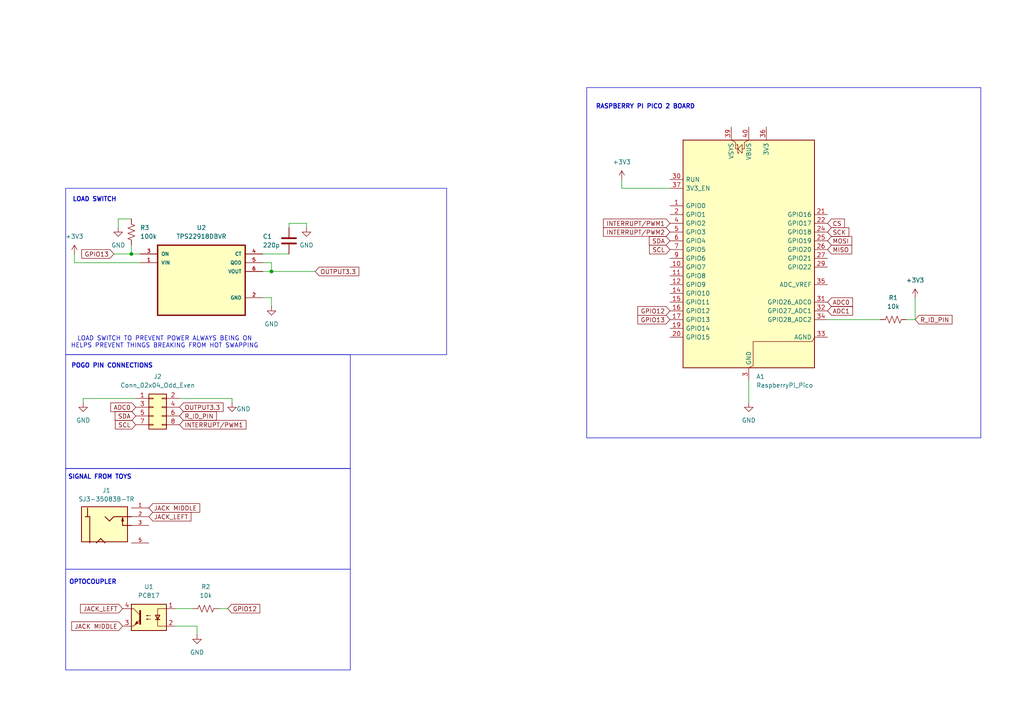
<source format=kicad_sch>
(kicad_sch (version 20250114) (generator "eeschema") (generator_version "9.0")
  (paper "A4")
  (lib_symbols
    (symbol "Connector_Generic:Conn_02x04_Odd_Even" (pin_names (offset 1.016) (hide yes))
      (property "Reference" "J" (at 1.27 5.08 0))
      (property "Value" "Conn_02x04_Odd_Even" (at 1.27 -7.62 0))
      (symbol "Conn_02x04_Odd_Even_1_1"
        (rectangle (start -1.27 3.81) (end 3.81 -6.35) (stroke (width 0.254)) (fill (type background)))
        (rectangle (start -1.27 2.667) (end 0 2.413) (stroke (width 0.1524)))
        (rectangle (start -1.27 0.127) (end 0 -0.127) (stroke (width 0.1524)))
        (rectangle (start -1.27 -2.413) (end 0 -2.667) (stroke (width 0.1524)))
        (rectangle (start -1.27 -4.953) (end 0 -5.207) (stroke (width 0.1524)))
        (rectangle (start 3.81 2.667) (end 2.54 2.413) (stroke (width 0.1524)))
        (rectangle (start 3.81 0.127) (end 2.54 -0.127) (stroke (width 0.1524)))
        (rectangle (start 3.81 -2.413) (end 2.54 -2.667) (stroke (width 0.1524)))
        (rectangle (start 3.81 -4.953) (end 2.54 -5.207) (stroke (width 0.1524)))
        (pin passive line (at -5.08 2.54 0) (length 3.81) (name "Pin_1") (number "1"))
        (pin passive line (at -5.08 0 0) (length 3.81) (name "Pin_3") (number "3"))
        (pin passive line (at -5.08 -2.54 0) (length 3.81) (name "Pin_5") (number "5"))
        (pin passive line (at -5.08 -5.08 0) (length 3.81) (name "Pin_7") (number "7"))
        (pin passive line (at 7.62 2.54 180) (length 3.81) (name "Pin_2") (number "2"))
        (pin passive line (at 7.62 0 180) (length 3.81) (name "Pin_4") (number "4"))
        (pin passive line (at 7.62 -2.54 180) (length 3.81) (name "Pin_6") (number "6"))
        (pin passive line (at 7.62 -5.08 180) (length 3.81) (name "Pin_8") (number "8"))
      )
    )
    (symbol "Device:C" (pin_numbers (hide yes)) (pin_names (offset 0.254))
      (property "Reference" "C" (at 0.635 2.54 0))
      (property "Value" "C" (at 0.635 -2.54 0))
      (symbol "C_0_1"
        (polyline (pts (xy -2.032 0.762) (xy 2.032 0.762)) (stroke (width 0.508)))
        (polyline (pts (xy -2.032 -0.762) (xy 2.032 -0.762)) (stroke (width 0.508)))
      )
      (symbol "C_1_1"
        (pin passive line (at 0 3.81 270) (length 2.794) (name "~") (number "1"))
        (pin passive line (at 0 -3.81 90) (length 2.794) (name "~") (number "2"))
      )
    )
    (symbol "Device:R_US" (pin_numbers (hide yes)) (pin_names (offset 0))
      (property "Reference" "R" (at 2.54 0 90))
      (property "Value" "R_US" (at -2.54 0 90))
      (symbol "R_US_0_1"
        (polyline (pts (xy 0 2.286) (xy 0 2.54)))
        (polyline (pts (xy 0 2.286) (xy 1.016 1.905) (xy 0 1.524) (xy -1.016 1.143) (xy 0 0.762)))
        (polyline (pts (xy 0 0.762) (xy 1.016 0.381) (xy 0 0) (xy -1.016 -0.381) (xy 0 -0.762)))
        (polyline (pts (xy 0 -0.762) (xy 1.016 -1.143) (xy 0 -1.524) (xy -1.016 -1.905) (xy 0 -2.286)))
        (polyline (pts (xy 0 -2.286) (xy 0 -2.54)))
      )
      (symbol "R_US_1_1"
        (pin passive line (at 0 3.81 270) (length 1.27) (name "~") (number "1"))
        (pin passive line (at 0 -3.81 90) (length 1.27) (name "~") (number "2"))
      )
    )
    (symbol "Isolator:PC817" (pin_names (offset 1.016))
      (property "Reference" "U" (at -5.08 5.08 0))
      (property "Value" "PC817" (at 0 5.08 0))
      (symbol "PC817_0_1"
        (rectangle (start -5.08 3.81) (end 5.08 -3.81) (stroke (width 0.254)) (fill (type background)))
        (polyline (pts (xy -5.08 2.54) (xy -2.54 2.54) (xy -2.54 -0.635)))
        (polyline (pts (xy -3.175 -0.635) (xy -1.905 -0.635)) (stroke (width 0.254)))
        (polyline (pts (xy -2.54 -0.635) (xy -2.54 -2.54) (xy -5.08 -2.54)))
        (polyline (pts (xy -2.54 -0.635) (xy -3.175 0.635) (xy -1.905 0.635) (xy -2.54 -0.635)) (stroke (width 0.254)))
        (polyline (pts (xy -0.508 0.508) (xy 0.762 0.508) (xy 0.381 0.381) (xy 0.381 0.635) (xy 0.762 0.508)))
        (polyline (pts (xy -0.508 -0.508) (xy 0.762 -0.508) (xy 0.381 -0.635) (xy 0.381 -0.381) (xy 0.762 -0.508)))
        (polyline (pts (xy 2.54 1.905) (xy 2.54 -1.905)) (stroke (width 0.508)))
        (polyline (pts (xy 2.54 0.635) (xy 4.445 2.54)))
        (polyline (pts (xy 3.048 -1.651) (xy 3.556 -1.143) (xy 4.064 -2.159) (xy 3.048 -1.651)) (fill (type outline)))
        (polyline (pts (xy 4.445 2.54) (xy 5.08 2.54)))
        (polyline (pts (xy 4.445 -2.54) (xy 2.54 -0.635)) (fill (type outline)))
        (polyline (pts (xy 4.445 -2.54) (xy 5.08 -2.54)))
      )
      (symbol "PC817_1_1"
        (pin passive line (at -7.62 2.54 0) (length 2.54) (name "~") (number "1"))
        (pin passive line (at -7.62 -2.54 0) (length 2.54) (name "~") (number "2"))
        (pin passive line (at 7.62 2.54 180) (length 2.54) (name "~") (number "4"))
        (pin passive line (at 7.62 -2.54 180) (length 2.54) (name "~") (number "3"))
      )
    )
    (symbol "MCU_Module:RaspberryPi_Pico" (pin_names (offset 0.762))
      (property "Reference" "A" (at -19.05 35.56 0))
      (property "Value" "RaspberryPi_Pico" (at 7.62 35.56 0))
      (symbol "RaspberryPi_Pico_0_1"
        (rectangle (start -19.05 34.29) (end 19.05 -31.75) (stroke (width 0.254)) (fill (type background)))
        (polyline (pts (xy -5.08 34.29) (xy -3.81 33.655) (xy -3.81 31.75) (xy -3.175 31.75)))
        (polyline (pts (xy -3.429 32.766) (xy -3.429 33.02) (xy -3.175 33.02) (xy -3.175 30.48) (xy -2.921 30.48) (xy -2.921 30.734)))
        (polyline (pts (xy -3.175 31.75) (xy -1.905 33.02) (xy -1.905 30.48) (xy -3.175 31.75)))
        (polyline (pts (xy 0 34.29) (xy -1.27 33.655) (xy -1.27 31.75) (xy -1.905 31.75)))
        (polyline (pts (xy 0 -31.75) (xy 1.27 -31.115) (xy 1.27 -24.13) (xy 18.415 -24.13) (xy 19.05 -22.86)))
      )
      (symbol "RaspberryPi_Pico_1_1"
        (pin passive line (at -22.86 22.86 0) (length 3.81) (name "RUN") (number "30"))
        (pin passive line (at -22.86 20.32 0) (length 3.81) (name "3V3_EN") (number "37"))
        (pin bidirectional line (at -22.86 15.24 0) (length 3.81) (name "GPIO0") (number "1"))
        (pin bidirectional line (at -22.86 12.7 0) (length 3.81) (name "GPIO1") (number "2"))
        (pin bidirectional line (at -22.86 10.16 0) (length 3.81) (name "GPIO2") (number "4"))
        (pin bidirectional line (at -22.86 7.62 0) (length 3.81) (name "GPIO3") (number "5"))
        (pin bidirectional line (at -22.86 5.08 0) (length 3.81) (name "GPIO4") (number "6"))
        (pin bidirectional line (at -22.86 2.54 0) (length 3.81) (name "GPIO5") (number "7"))
        (pin bidirectional line (at -22.86 0 0) (length 3.81) (name "GPIO6") (number "9"))
        (pin bidirectional line (at -22.86 -2.54 0) (length 3.81) (name "GPIO7") (number "10"))
        (pin bidirectional line (at -22.86 -5.08 0) (length 3.81) (name "GPIO8") (number "11"))
        (pin bidirectional line (at -22.86 -7.62 0) (length 3.81) (name "GPIO9") (number "12"))
        (pin bidirectional line (at -22.86 -10.16 0) (length 3.81) (name "GPIO10") (number "14"))
        (pin bidirectional line (at -22.86 -12.7 0) (length 3.81) (name "GPIO11") (number "15"))
        (pin bidirectional line (at -22.86 -15.24 0) (length 3.81) (name "GPIO12") (number "16"))
        (pin bidirectional line (at -22.86 -17.78 0) (length 3.81) (name "GPIO13") (number "17"))
        (pin bidirectional line (at -22.86 -20.32 0) (length 3.81) (name "GPIO14") (number "19"))
        (pin bidirectional line (at -22.86 -22.86 0) (length 3.81) (name "GPIO15") (number "20"))
        (pin power_in line (at -5.08 38.1 270) (length 3.81) (name "VSYS") (number "39"))
        (pin power_out line (at 0 38.1 270) (length 3.81) (name "VBUS") (number "40"))
        (pin passive line (at 0 -35.56 90) (length 3.81) (hide yes) (name "GND") (number "13"))
        (pin passive line (at 0 -35.56 90) (length 3.81) (hide yes) (name "GND") (number "18"))
        (pin passive line (at 0 -35.56 90) (length 3.81) (hide yes) (name "GND") (number "23"))
        (pin passive line (at 0 -35.56 90) (length 3.81) (hide yes) (name "GND") (number "28"))
        (pin power_out line (at 0 -35.56 90) (length 3.81) (name "GND") (number "3"))
        (pin passive line (at 0 -35.56 90) (length 3.81) (hide yes) (name "GND") (number "38"))
        (pin passive line (at 0 -35.56 90) (length 3.81) (hide yes) (name "GND") (number "8"))
        (pin power_out line (at 5.08 38.1 270) (length 3.81) (name "3V3") (number "36"))
        (pin bidirectional line (at 22.86 12.7 180) (length 3.81) (name "GPIO16") (number "21"))
        (pin bidirectional line (at 22.86 10.16 180) (length 3.81) (name "GPIO17") (number "22"))
        (pin bidirectional line (at 22.86 7.62 180) (length 3.81) (name "GPIO18") (number "24"))
        (pin bidirectional line (at 22.86 5.08 180) (length 3.81) (name "GPIO19") (number "25"))
        (pin bidirectional line (at 22.86 2.54 180) (length 3.81) (name "GPIO20") (number "26"))
        (pin bidirectional line (at 22.86 0 180) (length 3.81) (name "GPIO21") (number "27"))
        (pin bidirectional line (at 22.86 -2.54 180) (length 3.81) (name "GPIO22") (number "29"))
        (pin power_in line (at 22.86 -7.62 180) (length 3.81) (name "ADC_VREF") (number "35"))
        (pin bidirectional line (at 22.86 -12.7 180) (length 3.81) (name "GPIO26_ADC0") (number "31"))
        (pin bidirectional line (at 22.86 -15.24 180) (length 3.81) (name "GPIO27_ADC1") (number "32"))
        (pin bidirectional line (at 22.86 -17.78 180) (length 3.81) (name "GPIO28_ADC2") (number "34"))
        (pin power_out line (at 22.86 -22.86 180) (length 3.81) (name "AGND") (number "33"))
      )
    )
    (symbol "SJ3-35083B-TR:SJ3-35083B-TR" (pin_names (offset 1.016))
      (property "Reference" "J" (at -7.62 5.842 0))
      (property "Value" "SJ3-35083B-TR" (at -7.62 -7.62 0))
      (symbol "SJ3-35083B-TR_0_0"
        (rectangle (start -9.3732 -4.7487) (end 3.9618 5.4113) (stroke (width 0.254)) (fill (type background)))
        (polyline (pts (xy -8.255 2.54) (xy -7.62 2.54)) (stroke (width 0.254)))
        (polyline (pts (xy -7.62 5.08) (xy -7.62 2.54)) (stroke (width 0.254)))
        (polyline (pts (xy -7.62 2.54) (xy -6.985 2.54)) (stroke (width 0.254)))
        (polyline (pts (xy -6.985 2.54) (xy -6.985 -5.08)) (stroke (width 0.254)))
        (polyline (pts (xy -5.08 -5.08) (xy -3.81 -3.81)) (stroke (width 0.254)))
        (polyline (pts (xy -3.81 -3.81) (xy -2.54 -5.08)) (stroke (width 0.254)))
        (polyline (pts (xy -2.54 2.54) (xy -1.27 1.27)) (stroke (width 0.254)))
        (polyline (pts (xy -1.27 1.27) (xy 0 2.54)) (stroke (width 0.254)))
        (polyline (pts (xy 0 2.54) (xy 5.08 2.54)) (stroke (width 0.254)))
        (polyline (pts (xy 2.54 2.286) (xy 2.794 1.27) (xy 2.286 1.27) (xy 2.54 2.286)) (stroke (width 0.254)) (fill (type outline)))
        (polyline (pts (xy 2.54 0) (xy 2.54 1.27)) (stroke (width 0.254)))
        (polyline (pts (xy 2.54 0) (xy 5.08 0)) (stroke (width 0.254)))
        (pin passive line (at 10.16 5.08 180) (length 5.08) (name "~") (number "1"))
        (pin passive line (at 10.16 2.54 180) (length 5.08) (name "~") (number "2"))
        (pin passive line (at 10.16 0 180) (length 5.08) (name "~") (number "3"))
        (pin passive line (at 10.16 -5.08 180) (length 5.08) (name "~") (number "5"))
      )
    )
    (symbol "TPS22918DBVR:TPS22918DBVR" (pin_names (offset 1.016))
      (property "Reference" "U" (at -12.7 11.16 0))
      (property "Value" "TPS22918DBVR" (at -12.7 -14.16 0))
      (symbol "TPS22918DBVR_0_0"
        (rectangle (start -12.7 -10.16) (end 12.7 10.16) (stroke (width 0.41)) (fill (type background)))
        (pin input line (at -17.78 7.62 0) (length 5.08) (name "ON") (number "3"))
        (pin input line (at -17.78 5.08 0) (length 5.08) (name "VIN") (number "1"))
        (pin output line (at 17.78 7.62 180) (length 5.08) (name "CT") (number "4"))
        (pin output line (at 17.78 5.08 180) (length 5.08) (name "QOD") (number "5"))
        (pin output line (at 17.78 2.54 180) (length 5.08) (name "VOUT") (number "6"))
        (pin power_in line (at 17.78 -5.08 180) (length 5.08) (name "GND") (number "2"))
      )
    )
    (symbol "power:+3V3" (power) (pin_numbers (hide yes)) (pin_names (offset 0) (hide yes))
      (property "Value" "+3V3" (at 0 3.556 0))
      (symbol "+3V3_0_1"
        (polyline (pts (xy -0.762 1.27) (xy 0 2.54)))
        (polyline (pts (xy 0 2.54) (xy 0.762 1.27)))
        (polyline (pts (xy 0 0) (xy 0 2.54)))
      )
      (symbol "+3V3_1_1"
        (pin power_in line (at 0 0 90) (length 0) (name "~") (number "1"))
      )
    )
    (symbol "power:GND" (power) (pin_numbers (hide yes)) (pin_names (offset 0) (hide yes))
      (property "Value" "GND" (at 0 -3.81 0))
      (symbol "GND_0_1"
        (polyline (pts (xy 0 0) (xy 0 -1.27) (xy 1.27 -1.27) (xy 0 -2.54) (xy -1.27 -1.27) (xy 0 -1.27)))
      )
      (symbol "GND_1_1"
        (pin power_in line (at 0 0 270) (length 0) (name "~") (number "1"))
      )
    )
  )
  (rectangle (start 19.05 102.87) (end 101.6 135.89))
  (rectangle (start 19.05 135.89) (end 101.6 165.1))
  (rectangle (start 170.18 25.4) (end 284.48 127))
  (rectangle (start 19.05 54.61) (end 129.54 102.87))
  (rectangle (start 19.05 165.1) (end 101.6 194.31))
  (text "SIGNAL FROM TOYS" (at 28.956 138.43 0) (effects (font (size 1.27 1.27) (thickness 0.254) (bold yes))))
  (text "POGO PIN CONNECTIONS" (at 32.512 106.172 0) (effects (font (size 1.27 1.27) (thickness 0.254) (bold yes))))
  (text "LOAD SWITCH TO PREVENT POWER ALWAYS BEING ON\nHELPS PREVENT THINGS BREAKING FROM HOT SWAPPING" (at 47.752 99.314 0) (effects (font (size 1.27 1.27))))
  (text "RASPBERRY PI PICO 2 BOARD" (at 187.198 30.988 0) (effects (font (size 1.27 1.27) (thickness 0.254) (bold yes))))
  (text "OPTOCOUPLER" (at 26.924 168.91 0) (effects (font (size 1.27 1.27) (thickness 0.254) (bold yes))))
  (text "LOAD SWITCH" (at 27.432 57.912 0) (effects (font (size 1.27 1.27) (thickness 0.254) (bold yes))))
  (junction (at 38.1 73.66))
  (junction (at 78.74 78.74))
  (wire (pts (xy 33.02 73.66) (xy 38.1 73.66)))
  (wire (pts (xy 21.59 76.2) (xy 40.64 76.2)))
  (wire (pts (xy 78.74 88.9) (xy 78.74 86.36)))
  (wire (pts (xy 67.31 116.84) (xy 67.31 115.57)))
  (wire (pts (xy 78.74 86.36) (xy 76.2 86.36)))
  (wire (pts (xy 88.9 66.04) (xy 88.9 64.77)))
  (wire (pts (xy 57.15 184.15) (xy 57.15 181.61)))
  (wire (pts (xy 66.04 176.53) (xy 63.5 176.53)))
  (wire (pts (xy 34.29 66.04) (xy 34.29 63.5)))
  (wire (pts (xy 76.2 76.2) (xy 78.74 76.2)))
  (wire (pts (xy 265.43 86.36) (xy 265.43 92.71)))
  (wire (pts (xy 217.17 110.49) (xy 217.17 116.84)))
  (wire (pts (xy 57.15 181.61) (xy 50.8 181.61)))
  (wire (pts (xy 21.59 73.66) (xy 21.59 76.2)))
  (wire (pts (xy 83.82 64.77) (xy 83.82 66.04)))
  (wire (pts (xy 255.27 92.71) (xy 240.03 92.71)))
  (wire (pts (xy 67.31 115.57) (xy 52.07 115.57)))
  (wire (pts (xy 24.13 116.84) (xy 24.13 115.57)))
  (wire (pts (xy 91.44 78.74) (xy 78.74 78.74)))
  (wire (pts (xy 34.29 63.5) (xy 38.1 63.5)))
  (wire (pts (xy 38.1 71.12) (xy 38.1 73.66)))
  (wire (pts (xy 88.9 64.77) (xy 83.82 64.77)))
  (wire (pts (xy 55.88 176.53) (xy 50.8 176.53)))
  (wire (pts (xy 83.82 73.66) (xy 76.2 73.66)))
  (wire (pts (xy 38.1 73.66) (xy 40.64 73.66)))
  (wire (pts (xy 78.74 78.74) (xy 76.2 78.74)))
  (wire (pts (xy 265.43 92.71) (xy 262.89 92.71)))
  (wire (pts (xy 180.34 52.07) (xy 180.34 54.61)))
  (wire (pts (xy 24.13 115.57) (xy 39.37 115.57)))
  (wire (pts (xy 194.31 54.61) (xy 180.34 54.61)))
  (wire (pts (xy 78.74 76.2) (xy 78.74 78.74)))
  (global_label "JACK_LEFT" (shape input) (at 35.56 176.53 180) (property "Intersheetrefs" "${INTERSHEET_REFS}" (effects (hide yes))))
  (global_label "MOSI" (shape input) (at 240.03 69.85 0) (property "Intersheetrefs" "${INTERSHEET_REFS}" (effects (hide yes))))
  (global_label "GPIO12" (shape input) (at 66.04 176.53 0) (property "Intersheetrefs" "${INTERSHEET_REFS}" (effects (hide yes))))
  (global_label "SCL" (shape input) (at 39.37 123.19 180) (property "Intersheetrefs" "${INTERSHEET_REFS}" (effects (hide yes))))
  (global_label "JACK_LEFT" (shape input) (at 43.18 149.86 0) (property "Intersheetrefs" "${INTERSHEET_REFS}" (effects (hide yes))))
  (global_label "CS" (shape input) (at 240.03 64.77 0) (property "Intersheetrefs" "${INTERSHEET_REFS}" (effects (hide yes))))
  (global_label "GPIO13" (shape input) (at 33.02 73.66 180) (property "Intersheetrefs" "${INTERSHEET_REFS}" (effects (hide yes))))
  (global_label "GPIO13" (shape input) (at 194.31 92.71 180) (property "Intersheetrefs" "${INTERSHEET_REFS}" (effects (hide yes))))
  (global_label "ADC1" (shape input) (at 240.03 90.17 0) (property "Intersheetrefs" "${INTERSHEET_REFS}" (effects (hide yes))))
  (global_label "MISO" (shape input) (at 240.03 72.39 0) (property "Intersheetrefs" "${INTERSHEET_REFS}" (effects (hide yes))))
  (global_label "OUTPUT3.3" (shape input) (at 91.44 78.74 0) (property "Intersheetrefs" "${INTERSHEET_REFS}" (effects (hide yes))))
  (global_label "SCK" (shape input) (at 240.03 67.31 0) (property "Intersheetrefs" "${INTERSHEET_REFS}" (effects (hide yes))))
  (global_label "OUTPUT3.3" (shape input) (at 52.07 118.11 0) (property "Intersheetrefs" "${INTERSHEET_REFS}" (effects (hide yes))))
  (global_label "R_ID_PIN" (shape input) (at 52.07 120.65 0) (property "Intersheetrefs" "${INTERSHEET_REFS}" (effects (hide yes))))
  (global_label "INTERRUPT{slash}PWM1" (shape input) (at 194.31 64.77 180) (property "Intersheetrefs" "${INTERSHEET_REFS}" (effects (hide yes))))
  (global_label "SDA" (shape input) (at 39.37 120.65 180) (property "Intersheetrefs" "${INTERSHEET_REFS}" (effects (hide yes))))
  (global_label "SCL" (shape input) (at 194.31 72.39 180) (property "Intersheetrefs" "${INTERSHEET_REFS}" (effects (hide yes))))
  (global_label "R_ID_PIN" (shape input) (at 265.43 92.71 0) (property "Intersheetrefs" "${INTERSHEET_REFS}" (effects (hide yes))))
  (global_label "JACK MIDDLE" (shape input) (at 43.18 147.32 0) (property "Intersheetrefs" "${INTERSHEET_REFS}" (effects (hide yes))))
  (global_label "INTERRUPT{slash}PWM1" (shape input) (at 52.07 123.19 0) (property "Intersheetrefs" "${INTERSHEET_REFS}" (effects (hide yes))))
  (global_label "ADC0" (shape input) (at 39.37 118.11 180) (property "Intersheetrefs" "${INTERSHEET_REFS}" (effects (hide yes))))
  (global_label "SDA" (shape input) (at 194.31 69.85 180) (property "Intersheetrefs" "${INTERSHEET_REFS}" (effects (hide yes))))
  (global_label "INTERRUPT{slash}PWM2" (shape input) (at 194.31 67.31 180) (property "Intersheetrefs" "${INTERSHEET_REFS}" (effects (hide yes))))
  (global_label "ADC0" (shape input) (at 240.03 87.63 0) (property "Intersheetrefs" "${INTERSHEET_REFS}" (effects (hide yes))))
  (global_label "GPIO12" (shape input) (at 194.31 90.17 180) (property "Intersheetrefs" "${INTERSHEET_REFS}" (effects (hide yes))))
  (global_label "JACK MIDDLE" (shape input) (at 35.56 181.61 180) (property "Intersheetrefs" "${INTERSHEET_REFS}" (effects (hide yes))))
  (symbol (lib_id "power:+3V3") (at 180.34 52.07 0) (unit 1)
    (property "Reference" "#PWR02" (effects (hide yes)))
    (property "Value" "+3V3" (at 180.34 46.99 0))
    (property "Description" "Power symbol creates a global label with name \"+3V3\"" (effects (hide yes)))
  )
  (symbol (lib_id "power:GND") (at 34.29 66.04 0) (unit 1)
    (property "Reference" "#PWR09" (effects (hide yes)))
    (property "Value" "GND" (at 34.29 71.12 0))
    (property "Description" "Power symbol creates a global label with name \"GND\" , ground" (effects (hide yes)))
  )
  (symbol (lib_id "Device:R_US") (at 38.1 67.31 0) (unit 1)
    (property "Reference" "R3" (at 40.64 66.0399 0) (effects (justify left)))
    (property "Value" "100k" (at 40.64 68.5799 0) (effects (justify left)))
    (property "Description" "Resistor, US symbol" (effects (hide yes)))
  )
  (symbol (lib_id "power:GND") (at 67.31 116.84 0) (unit 1)
    (property "Reference" "#PWR06" (effects (hide yes)))
    (property "Value" "GND" (at 70.612 118.618 0))
    (property "Description" "Power symbol creates a global label with name \"GND\" , ground" (effects (hide yes)))
  )
  (symbol (lib_id "power:GND") (at 57.15 184.15 0) (unit 1)
    (property "Reference" "#PWR04" (effects (hide yes)))
    (property "Value" "GND" (at 57.15 189.23 0))
    (property "Description" "Power symbol creates a global label with name \"GND\" , ground" (effects (hide yes)))
  )
  (symbol (lib_id "Device:R_US") (at 259.08 92.71 90) (unit 1)
    (property "Reference" "R1" (at 259.08 86.36 90))
    (property "Value" "10k" (at 259.08 88.9 90))
    (property "Description" "Resistor, US symbol" (effects (hide yes)))
  )
  (symbol (lib_id "power:GND") (at 217.17 116.84 0) (unit 1)
    (property "Reference" "#PWR01" (effects (hide yes)))
    (property "Value" "GND" (at 217.17 121.92 0))
    (property "Description" "Power symbol creates a global label with name \"GND\" , ground" (effects (hide yes)))
  )
  (symbol (lib_id "power:+3V3") (at 21.59 73.66 0) (unit 1)
    (property "Reference" "#PWR07" (effects (hide yes)))
    (property "Value" "+3V3" (at 21.59 68.58 0))
    (property "Description" "Power symbol creates a global label with name \"+3V3\"" (effects (hide yes)))
  )
  (symbol (lib_id "Connector_Generic:Conn_02x04_Odd_Even") (at 44.45 118.11 0) (unit 1)
    (property "Reference" "J2" (at 45.72 109.22 0))
    (property "Value" "Conn_02x04_Odd_Even" (at 45.72 111.76 0))
    (property "Description" "Generic connector, double row, 02x04, odd/even pin numbering scheme (row 1 odd numbers, row 2 even numbers), script generated (kicad-library-utils/schlib/autogen/connector/)" (effects (hide yes)))
  )
  (symbol (lib_id "TPS22918DBVR:TPS22918DBVR") (at 58.42 81.28 0) (unit 1)
    (property "Reference" "U2" (at 58.42 66.04 0))
    (property "Value" "TPS22918DBVR" (at 58.42 68.58 0))
    (property "Footprint" "TPS22918DBVR:SOT95P280X145-6N" (effects (hide yes)))
  )
  (symbol (lib_id "power:+3V3") (at 265.43 86.36 0) (unit 1)
    (property "Reference" "#PWR03" (effects (hide yes)))
    (property "Value" "+3V3" (at 265.43 81.28 0))
    (property "Description" "Power symbol creates a global label with name \"+3V3\"" (effects (hide yes)))
  )
  (symbol (lib_id "power:GND") (at 24.13 116.84 0) (unit 1)
    (property "Reference" "#PWR05" (effects (hide yes)))
    (property "Value" "GND" (at 24.13 121.92 0))
    (property "Description" "Power symbol creates a global label with name \"GND\" , ground" (effects (hide yes)))
  )
  (symbol (lib_id "Isolator:PC817") (at 43.18 179.07 0) (mirror y) (unit 1)
    (property "Reference" "U1" (at 43.18 170.18 0))
    (property "Value" "PC817" (at 43.18 172.72 0))
    (property "Footprint" "Package_DIP:DIP-4_W7.62mm" (effects (hide yes)))
    (property "Datasheet" "http://www.soselectronic.cz/a_info/resource/d/pc817.pdf" (effects (hide yes)))
    (property "Description" "DC Optocoupler, Vce 35V, CTR 50-300%, DIP-4" (effects (hide yes)))
  )
  (symbol (lib_id "power:GND") (at 88.9 66.04 0) (unit 1)
    (property "Reference" "#PWR010" (effects (hide yes)))
    (property "Value" "GND" (at 88.9 71.12 0))
    (property "Description" "Power symbol creates a global label with name \"GND\" , ground" (effects (hide yes)))
  )
  (symbol (lib_id "SJ3-35083B-TR:SJ3-35083B-TR") (at 33.02 152.4 0) (unit 1)
    (property "Reference" "J1" (at 30.8734 142.24 0))
    (property "Value" "SJ3-35083B-TR" (at 30.8734 144.78 0))
    (property "Footprint" "SJ3-35083B-TR:SAMESKY_SJ3-35083B-TR" (effects (hide yes)))
    (property "PARTREV" "1.01" (effects (hide yes)))
    (property "STANDARD" "Manufacturer Recommendations" (effects (hide yes)))
    (property "MAXIMUM_PACKAGE_HEIGHT" "5.3mm" (effects (hide yes)))
    (property "MANUFACTURER" "Same Sky" (effects (hide yes)))
  )
  (symbol (lib_id "Device:C") (at 83.82 69.85 0) (unit 1)
    (property "Reference" "C1" (at 76.2 68.58 0) (effects (justify left)))
    (property "Value" "220p" (at 76.2 71.12 0) (effects (justify left)))
    (property "Description" "Unpolarized capacitor" (effects (hide yes)))
  )
  (symbol (lib_id "Device:R_US") (at 59.69 176.53 90) (unit 1)
    (property "Reference" "R2" (at 59.69 170.18 90))
    (property "Value" "10k" (at 59.69 172.72 90))
    (property "Description" "Resistor, US symbol" (effects (hide yes)))
  )
  (symbol (lib_id "power:GND") (at 78.74 88.9 0) (unit 1)
    (property "Reference" "#PWR08" (effects (hide yes)))
    (property "Value" "GND" (at 78.74 93.98 0))
    (property "Description" "Power symbol creates a global label with name \"GND\" , ground" (effects (hide yes)))
  )
  (symbol (lib_id "MCU_Module:RaspberryPi_Pico") (at 217.17 74.93 0) (unit 1)
    (property "Reference" "A1" (at 219.3133 109.22 0) (effects (justify left)))
    (property "Value" "RaspberryPi_Pico" (at 219.3133 111.76 0) (effects (justify left)))
    (property "Footprint" "Module:RaspberryPi_Pico_Common_Unspecified" (effects (hide yes)))
    (property "Datasheet" "https://datasheets.raspberrypi.com/pico/pico-datasheet.pdf" (effects (hide yes)))
    (property "Description" "Versatile and inexpensive microcontroller module powered by RP2040 dual-core Arm Cortex-M0+ processor up to 133 MHz, 264kB SRAM, 2MB QSPI flash; also supports Raspberry Pi Pico 2" (effects (hide yes)))
  )
)
</source>
